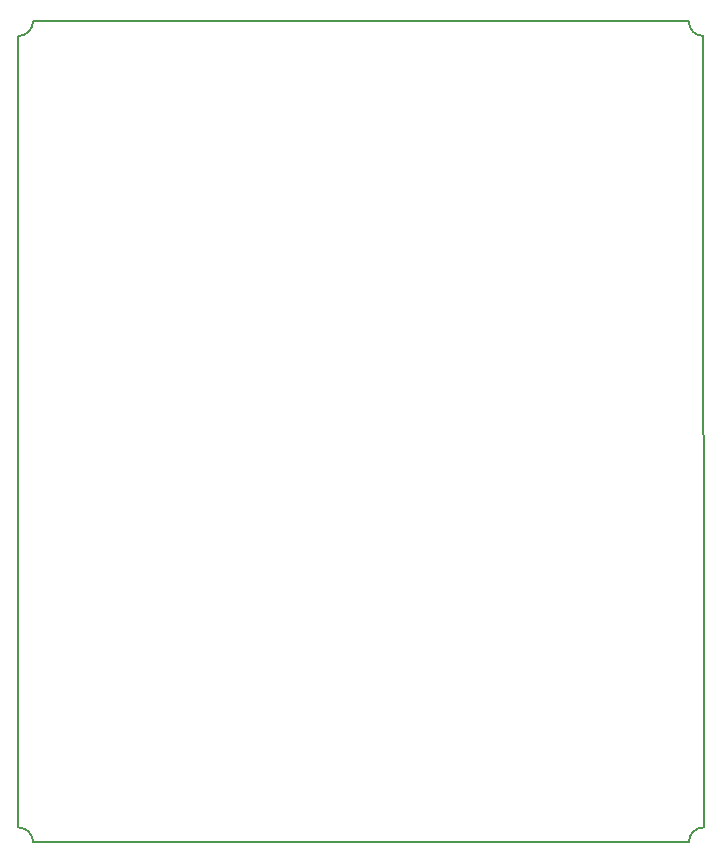
<source format=gbr>
G04 #@! TF.GenerationSoftware,KiCad,Pcbnew,(5.99.0-9218-g05b559c9dc)*
G04 #@! TF.CreationDate,2021-05-17T00:15:44+02:00*
G04 #@! TF.ProjectId,Self_Watering_Plant,53656c66-5f57-4617-9465-72696e675f50,rev?*
G04 #@! TF.SameCoordinates,Original*
G04 #@! TF.FileFunction,Profile,NP*
%FSLAX46Y46*%
G04 Gerber Fmt 4.6, Leading zero omitted, Abs format (unit mm)*
G04 Created by KiCad (PCBNEW (5.99.0-9218-g05b559c9dc)) date 2021-05-17 00:15:44*
%MOMM*%
%LPD*%
G01*
G04 APERTURE LIST*
G04 #@! TA.AperFunction,Profile*
%ADD10C,0.200000*%
G04 #@! TD*
G04 APERTURE END LIST*
D10*
X115000000Y-140262562D02*
G75*
G03*
X113750001Y-139012563I-1249999J0D01*
G01*
X113750000Y-72000000D02*
X113750001Y-139012563D01*
X115000000Y-70750000D02*
X170500000Y-70750000D01*
X171762562Y-139000000D02*
G75*
G03*
X170512563Y-140249999I0J-1249999D01*
G01*
X115000001Y-70750001D02*
G75*
G02*
X113750000Y-72000000I-1250000J1D01*
G01*
X115000001Y-140262563D02*
X170512563Y-140249999D01*
X171762562Y-139000000D02*
X171750000Y-72000000D01*
X171749999Y-72000001D02*
G75*
G02*
X170500000Y-70750000I1J1250000D01*
G01*
M02*

</source>
